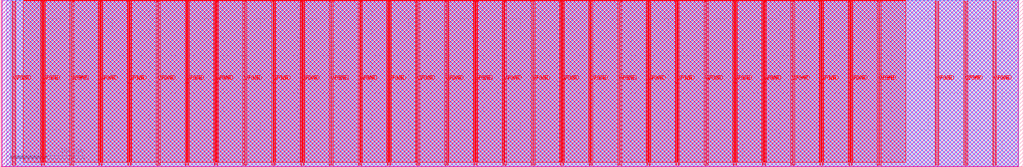
<source format=lef>
VERSION 5.7 ;
  NOWIREEXTENSIONATPIN ON ;
  DIVIDERCHAR "/" ;
  BUSBITCHARS "[]" ;
MACRO tt_um_rejunity_atari2600
  CLASS BLOCK ;
  FOREIGN tt_um_rejunity_atari2600 ;
  ORIGIN 0.000 0.000 ;
  SIZE 1378.160 BY 225.760 ;
  PIN VGND
    DIRECTION INOUT ;
    USE GROUND ;
    PORT
      LAYER met4 ;
        RECT 18.820 2.060 20.420 223.700 ;
    END
    PORT
      LAYER met4 ;
        RECT 57.690 2.060 59.290 223.700 ;
    END
    PORT
      LAYER met4 ;
        RECT 96.560 2.060 98.160 223.700 ;
    END
    PORT
      LAYER met4 ;
        RECT 135.430 2.060 137.030 223.700 ;
    END
    PORT
      LAYER met4 ;
        RECT 174.300 2.060 175.900 223.700 ;
    END
    PORT
      LAYER met4 ;
        RECT 213.170 2.060 214.770 223.700 ;
    END
    PORT
      LAYER met4 ;
        RECT 252.040 2.060 253.640 223.700 ;
    END
    PORT
      LAYER met4 ;
        RECT 290.910 2.060 292.510 223.700 ;
    END
    PORT
      LAYER met4 ;
        RECT 329.780 2.060 331.380 223.700 ;
    END
    PORT
      LAYER met4 ;
        RECT 368.650 2.060 370.250 223.700 ;
    END
    PORT
      LAYER met4 ;
        RECT 407.520 2.060 409.120 223.700 ;
    END
    PORT
      LAYER met4 ;
        RECT 446.390 2.060 447.990 223.700 ;
    END
    PORT
      LAYER met4 ;
        RECT 485.260 2.060 486.860 223.700 ;
    END
    PORT
      LAYER met4 ;
        RECT 524.130 2.060 525.730 223.700 ;
    END
    PORT
      LAYER met4 ;
        RECT 563.000 2.060 564.600 223.700 ;
    END
    PORT
      LAYER met4 ;
        RECT 601.870 2.060 603.470 223.700 ;
    END
    PORT
      LAYER met4 ;
        RECT 640.740 2.060 642.340 223.700 ;
    END
    PORT
      LAYER met4 ;
        RECT 679.610 2.060 681.210 223.700 ;
    END
    PORT
      LAYER met4 ;
        RECT 718.480 2.060 720.080 223.700 ;
    END
    PORT
      LAYER met4 ;
        RECT 757.350 2.060 758.950 223.700 ;
    END
    PORT
      LAYER met4 ;
        RECT 796.220 2.060 797.820 223.700 ;
    END
    PORT
      LAYER met4 ;
        RECT 835.090 2.060 836.690 223.700 ;
    END
    PORT
      LAYER met4 ;
        RECT 873.960 2.060 875.560 223.700 ;
    END
    PORT
      LAYER met4 ;
        RECT 912.830 2.060 914.430 223.700 ;
    END
    PORT
      LAYER met4 ;
        RECT 951.700 2.060 953.300 223.700 ;
    END
    PORT
      LAYER met4 ;
        RECT 990.570 2.060 992.170 223.700 ;
    END
    PORT
      LAYER met4 ;
        RECT 1029.440 2.060 1031.040 223.700 ;
    END
    PORT
      LAYER met4 ;
        RECT 1068.310 2.060 1069.910 223.700 ;
    END
    PORT
      LAYER met4 ;
        RECT 1107.180 2.060 1108.780 223.700 ;
    END
    PORT
      LAYER met4 ;
        RECT 1146.050 2.060 1147.650 223.700 ;
    END
    PORT
      LAYER met4 ;
        RECT 1184.920 2.060 1186.520 223.700 ;
    END
    PORT
      LAYER met4 ;
        RECT 1262.660 2.060 1264.260 223.700 ;
    END
    PORT
      LAYER met4 ;
        RECT 1301.530 2.060 1303.130 223.700 ;
    END
    PORT
      LAYER met4 ;
        RECT 1340.400 2.060 1342.000 223.700 ;
    END
  END VGND
  PIN VPWR
    DIRECTION INOUT ;
    USE POWER ;
    PORT
      LAYER met4 ;
        RECT 15.520 2.060 17.120 223.700 ;
    END
    PORT
      LAYER met4 ;
        RECT 54.390 2.060 55.990 223.700 ;
    END
    PORT
      LAYER met4 ;
        RECT 93.260 2.060 94.860 223.700 ;
    END
    PORT
      LAYER met4 ;
        RECT 132.130 2.060 133.730 223.700 ;
    END
    PORT
      LAYER met4 ;
        RECT 171.000 2.060 172.600 223.700 ;
    END
    PORT
      LAYER met4 ;
        RECT 209.870 2.060 211.470 223.700 ;
    END
    PORT
      LAYER met4 ;
        RECT 248.740 2.060 250.340 223.700 ;
    END
    PORT
      LAYER met4 ;
        RECT 287.610 2.060 289.210 223.700 ;
    END
    PORT
      LAYER met4 ;
        RECT 326.480 2.060 328.080 223.700 ;
    END
    PORT
      LAYER met4 ;
        RECT 365.350 2.060 366.950 223.700 ;
    END
    PORT
      LAYER met4 ;
        RECT 404.220 2.060 405.820 223.700 ;
    END
    PORT
      LAYER met4 ;
        RECT 443.090 2.060 444.690 223.700 ;
    END
    PORT
      LAYER met4 ;
        RECT 481.960 2.060 483.560 223.700 ;
    END
    PORT
      LAYER met4 ;
        RECT 520.830 2.060 522.430 223.700 ;
    END
    PORT
      LAYER met4 ;
        RECT 559.700 2.060 561.300 223.700 ;
    END
    PORT
      LAYER met4 ;
        RECT 598.570 2.060 600.170 223.700 ;
    END
    PORT
      LAYER met4 ;
        RECT 637.440 2.060 639.040 223.700 ;
    END
    PORT
      LAYER met4 ;
        RECT 676.310 2.060 677.910 223.700 ;
    END
    PORT
      LAYER met4 ;
        RECT 715.180 2.060 716.780 223.700 ;
    END
    PORT
      LAYER met4 ;
        RECT 754.050 2.060 755.650 223.700 ;
    END
    PORT
      LAYER met4 ;
        RECT 792.920 2.060 794.520 223.700 ;
    END
    PORT
      LAYER met4 ;
        RECT 831.790 2.060 833.390 223.700 ;
    END
    PORT
      LAYER met4 ;
        RECT 870.660 2.060 872.260 223.700 ;
    END
    PORT
      LAYER met4 ;
        RECT 909.530 2.060 911.130 223.700 ;
    END
    PORT
      LAYER met4 ;
        RECT 948.400 2.060 950.000 223.700 ;
    END
    PORT
      LAYER met4 ;
        RECT 987.270 2.060 988.870 223.700 ;
    END
    PORT
      LAYER met4 ;
        RECT 1026.140 2.060 1027.740 223.700 ;
    END
    PORT
      LAYER met4 ;
        RECT 1065.010 2.060 1066.610 223.700 ;
    END
    PORT
      LAYER met4 ;
        RECT 1103.880 2.060 1105.480 223.700 ;
    END
    PORT
      LAYER met4 ;
        RECT 1142.750 2.060 1144.350 223.700 ;
    END
    PORT
      LAYER met4 ;
        RECT 1181.620 2.060 1183.220 223.700 ;
    END
    PORT
      LAYER met4 ;
        RECT 1259.360 2.060 1260.960 223.700 ;
    END
    PORT
      LAYER met4 ;
        RECT 1298.230 2.060 1299.830 223.700 ;
    END
    PORT
      LAYER met4 ;
        RECT 1337.100 2.060 1338.700 223.700 ;
    END
  END VPWR
  PIN clk
    DIRECTION INPUT ;
    USE SIGNAL ;
    ANTENNAGATEAREA 1.286700 ;
    ANTENNADIFFAREA 0.434700 ;
    PORT
      LAYER met4 ;
        RECT 143.830 224.760 144.130 225.760 ;
    END
  END clk
  PIN ena
    DIRECTION INPUT ;
    USE SIGNAL ;
    PORT
      LAYER met4 ;
        RECT 146.590 224.760 146.890 225.760 ;
    END
  END ena
  PIN rst_n
    DIRECTION INPUT ;
    USE SIGNAL ;
    ANTENNAGATEAREA 0.247500 ;
    PORT
      LAYER met4 ;
        RECT 141.070 224.760 141.370 225.760 ;
    END
  END rst_n
  PIN ui_in[0]
    DIRECTION INPUT ;
    USE SIGNAL ;
    ANTENNAGATEAREA 0.247500 ;
    PORT
      LAYER met4 ;
        RECT 138.310 224.760 138.610 225.760 ;
    END
  END ui_in[0]
  PIN ui_in[1]
    DIRECTION INPUT ;
    USE SIGNAL ;
    ANTENNAGATEAREA 0.247500 ;
    PORT
      LAYER met4 ;
        RECT 135.550 224.760 135.850 225.760 ;
    END
  END ui_in[1]
  PIN ui_in[2]
    DIRECTION INPUT ;
    USE SIGNAL ;
    ANTENNAGATEAREA 0.247500 ;
    PORT
      LAYER met4 ;
        RECT 132.790 224.760 133.090 225.760 ;
    END
  END ui_in[2]
  PIN ui_in[3]
    DIRECTION INPUT ;
    USE SIGNAL ;
    ANTENNAGATEAREA 0.247500 ;
    PORT
      LAYER met4 ;
        RECT 130.030 224.760 130.330 225.760 ;
    END
  END ui_in[3]
  PIN ui_in[4]
    DIRECTION INPUT ;
    USE SIGNAL ;
    ANTENNAGATEAREA 0.247500 ;
    PORT
      LAYER met4 ;
        RECT 127.270 224.760 127.570 225.760 ;
    END
  END ui_in[4]
  PIN ui_in[5]
    DIRECTION INPUT ;
    USE SIGNAL ;
    ANTENNAGATEAREA 0.247500 ;
    PORT
      LAYER met4 ;
        RECT 124.510 224.760 124.810 225.760 ;
    END
  END ui_in[5]
  PIN ui_in[6]
    DIRECTION INPUT ;
    USE SIGNAL ;
    ANTENNAGATEAREA 0.247500 ;
    PORT
      LAYER met4 ;
        RECT 121.750 224.760 122.050 225.760 ;
    END
  END ui_in[6]
  PIN ui_in[7]
    DIRECTION INPUT ;
    USE SIGNAL ;
    ANTENNAGATEAREA 0.247500 ;
    PORT
      LAYER met4 ;
        RECT 118.990 224.760 119.290 225.760 ;
    END
  END ui_in[7]
  PIN uio_in[0]
    DIRECTION INPUT ;
    USE SIGNAL ;
    PORT
      LAYER met4 ;
        RECT 116.230 224.760 116.530 225.760 ;
    END
  END uio_in[0]
  PIN uio_in[1]
    DIRECTION INPUT ;
    USE SIGNAL ;
    ANTENNAGATEAREA 0.247500 ;
    PORT
      LAYER met4 ;
        RECT 113.470 224.760 113.770 225.760 ;
    END
  END uio_in[1]
  PIN uio_in[2]
    DIRECTION INPUT ;
    USE SIGNAL ;
    ANTENNAGATEAREA 0.247500 ;
    PORT
      LAYER met4 ;
        RECT 110.710 224.760 111.010 225.760 ;
    END
  END uio_in[2]
  PIN uio_in[3]
    DIRECTION INPUT ;
    USE SIGNAL ;
    PORT
      LAYER met4 ;
        RECT 107.950 224.760 108.250 225.760 ;
    END
  END uio_in[3]
  PIN uio_in[4]
    DIRECTION INPUT ;
    USE SIGNAL ;
    ANTENNAGATEAREA 0.247500 ;
    PORT
      LAYER met4 ;
        RECT 105.190 224.760 105.490 225.760 ;
    END
  END uio_in[4]
  PIN uio_in[5]
    DIRECTION INPUT ;
    USE SIGNAL ;
    ANTENNAGATEAREA 0.247500 ;
    PORT
      LAYER met4 ;
        RECT 102.430 224.760 102.730 225.760 ;
    END
  END uio_in[5]
  PIN uio_in[6]
    DIRECTION INPUT ;
    USE SIGNAL ;
    PORT
      LAYER met4 ;
        RECT 99.670 224.760 99.970 225.760 ;
    END
  END uio_in[6]
  PIN uio_in[7]
    DIRECTION INPUT ;
    USE SIGNAL ;
    PORT
      LAYER met4 ;
        RECT 96.910 224.760 97.210 225.760 ;
    END
  END uio_in[7]
  PIN uio_oe[0]
    DIRECTION OUTPUT ;
    USE SIGNAL ;
    PORT
      LAYER met4 ;
        RECT 49.990 224.760 50.290 225.760 ;
    END
  END uio_oe[0]
  PIN uio_oe[1]
    DIRECTION OUTPUT ;
    USE SIGNAL ;
    ANTENNADIFFAREA 0.891000 ;
    PORT
      LAYER met4 ;
        RECT 47.230 224.760 47.530 225.760 ;
    END
  END uio_oe[1]
  PIN uio_oe[2]
    DIRECTION OUTPUT ;
    USE SIGNAL ;
    ANTENNADIFFAREA 0.445500 ;
    PORT
      LAYER met4 ;
        RECT 44.470 224.760 44.770 225.760 ;
    END
  END uio_oe[2]
  PIN uio_oe[3]
    DIRECTION OUTPUT ;
    USE SIGNAL ;
    PORT
      LAYER met4 ;
        RECT 41.710 224.760 42.010 225.760 ;
    END
  END uio_oe[3]
  PIN uio_oe[4]
    DIRECTION OUTPUT ;
    USE SIGNAL ;
    ANTENNADIFFAREA 0.445500 ;
    PORT
      LAYER met4 ;
        RECT 38.950 224.760 39.250 225.760 ;
    END
  END uio_oe[4]
  PIN uio_oe[5]
    DIRECTION OUTPUT ;
    USE SIGNAL ;
    ANTENNAGATEAREA 0.318000 ;
    ANTENNADIFFAREA 0.891000 ;
    PORT
      LAYER met4 ;
        RECT 36.190 224.760 36.490 225.760 ;
    END
  END uio_oe[5]
  PIN uio_oe[6]
    DIRECTION OUTPUT ;
    USE SIGNAL ;
    PORT
      LAYER met4 ;
        RECT 33.430 224.760 33.730 225.760 ;
    END
  END uio_oe[6]
  PIN uio_oe[7]
    DIRECTION OUTPUT ;
    USE SIGNAL ;
    PORT
      LAYER met4 ;
        RECT 30.670 224.760 30.970 225.760 ;
    END
  END uio_oe[7]
  PIN uio_out[0]
    DIRECTION OUTPUT ;
    USE SIGNAL ;
    ANTENNAGATEAREA 1.237500 ;
    ANTENNADIFFAREA 1.336500 ;
    PORT
      LAYER met4 ;
        RECT 72.070 224.760 72.370 225.760 ;
    END
  END uio_out[0]
  PIN uio_out[1]
    DIRECTION OUTPUT ;
    USE SIGNAL ;
    ANTENNADIFFAREA 0.891000 ;
    PORT
      LAYER met4 ;
        RECT 69.310 224.760 69.610 225.760 ;
    END
  END uio_out[1]
  PIN uio_out[2]
    DIRECTION OUTPUT ;
    USE SIGNAL ;
    ANTENNADIFFAREA 0.924000 ;
    PORT
      LAYER met4 ;
        RECT 66.550 224.760 66.850 225.760 ;
    END
  END uio_out[2]
  PIN uio_out[3]
    DIRECTION OUTPUT ;
    USE SIGNAL ;
    ANTENNAGATEAREA 1.116000 ;
    ANTENNADIFFAREA 0.891000 ;
    PORT
      LAYER met4 ;
        RECT 63.790 224.760 64.090 225.760 ;
    END
  END uio_out[3]
  PIN uio_out[4]
    DIRECTION OUTPUT ;
    USE SIGNAL ;
    ANTENNADIFFAREA 0.924000 ;
    PORT
      LAYER met4 ;
        RECT 61.030 224.760 61.330 225.760 ;
    END
  END uio_out[4]
  PIN uio_out[5]
    DIRECTION OUTPUT ;
    USE SIGNAL ;
    ANTENNADIFFAREA 0.924000 ;
    PORT
      LAYER met4 ;
        RECT 58.270 224.760 58.570 225.760 ;
    END
  END uio_out[5]
  PIN uio_out[6]
    DIRECTION OUTPUT ;
    USE SIGNAL ;
    PORT
      LAYER met4 ;
        RECT 55.510 224.760 55.810 225.760 ;
    END
  END uio_out[6]
  PIN uio_out[7]
    DIRECTION OUTPUT ;
    USE SIGNAL ;
    ANTENNADIFFAREA 0.445500 ;
    PORT
      LAYER met4 ;
        RECT 52.750 224.760 53.050 225.760 ;
    END
  END uio_out[7]
  PIN uo_out[0]
    DIRECTION OUTPUT ;
    USE SIGNAL ;
    ANTENNADIFFAREA 0.445500 ;
    PORT
      LAYER met4 ;
        RECT 94.150 224.760 94.450 225.760 ;
    END
  END uo_out[0]
  PIN uo_out[1]
    DIRECTION OUTPUT ;
    USE SIGNAL ;
    ANTENNADIFFAREA 0.445500 ;
    PORT
      LAYER met4 ;
        RECT 91.390 224.760 91.690 225.760 ;
    END
  END uo_out[1]
  PIN uo_out[2]
    DIRECTION OUTPUT ;
    USE SIGNAL ;
    ANTENNADIFFAREA 0.445500 ;
    PORT
      LAYER met4 ;
        RECT 88.630 224.760 88.930 225.760 ;
    END
  END uo_out[2]
  PIN uo_out[3]
    DIRECTION OUTPUT ;
    USE SIGNAL ;
    ANTENNADIFFAREA 0.445500 ;
    PORT
      LAYER met4 ;
        RECT 85.870 224.760 86.170 225.760 ;
    END
  END uo_out[3]
  PIN uo_out[4]
    DIRECTION OUTPUT ;
    USE SIGNAL ;
    ANTENNADIFFAREA 0.445500 ;
    PORT
      LAYER met4 ;
        RECT 83.110 224.760 83.410 225.760 ;
    END
  END uo_out[4]
  PIN uo_out[5]
    DIRECTION OUTPUT ;
    USE SIGNAL ;
    ANTENNADIFFAREA 0.934000 ;
    PORT
      LAYER met4 ;
        RECT 80.350 224.760 80.650 225.760 ;
    END
  END uo_out[5]
  PIN uo_out[6]
    DIRECTION OUTPUT ;
    USE SIGNAL ;
    ANTENNADIFFAREA 0.445500 ;
    PORT
      LAYER met4 ;
        RECT 77.590 224.760 77.890 225.760 ;
    END
  END uo_out[6]
  PIN uo_out[7]
    DIRECTION OUTPUT ;
    USE SIGNAL ;
    ANTENNADIFFAREA 0.445500 ;
    PORT
      LAYER met4 ;
        RECT 74.830 224.760 75.130 225.760 ;
    END
  END uo_out[7]
  OBS
      LAYER nwell ;
        RECT 1.650 0.330 1371.500 225.430 ;
      LAYER li1 ;
        RECT 1.840 0.450 1371.315 225.310 ;
      LAYER met1 ;
        RECT 1.840 0.040 1371.845 225.445 ;
      LAYER met2 ;
        RECT 7.920 0.010 1371.845 224.925 ;
      LAYER met3 ;
        RECT 12.945 0.315 1371.845 225.445 ;
      LAYER met4 ;
        RECT 31.370 224.360 33.030 224.905 ;
        RECT 34.130 224.360 35.790 224.905 ;
        RECT 36.890 224.360 38.550 224.905 ;
        RECT 39.650 224.360 41.310 224.905 ;
        RECT 42.410 224.360 44.070 224.905 ;
        RECT 45.170 224.360 46.830 224.905 ;
        RECT 47.930 224.360 49.590 224.905 ;
        RECT 50.690 224.360 52.350 224.905 ;
        RECT 53.450 224.360 55.110 224.905 ;
        RECT 56.210 224.360 57.870 224.905 ;
        RECT 58.970 224.360 60.630 224.905 ;
        RECT 61.730 224.360 63.390 224.905 ;
        RECT 64.490 224.360 66.150 224.905 ;
        RECT 67.250 224.360 68.910 224.905 ;
        RECT 70.010 224.360 71.670 224.905 ;
        RECT 72.770 224.360 74.430 224.905 ;
        RECT 75.530 224.360 77.190 224.905 ;
        RECT 78.290 224.360 79.950 224.905 ;
        RECT 81.050 224.360 82.710 224.905 ;
        RECT 83.810 224.360 85.470 224.905 ;
        RECT 86.570 224.360 88.230 224.905 ;
        RECT 89.330 224.360 90.990 224.905 ;
        RECT 92.090 224.360 93.750 224.905 ;
        RECT 94.850 224.360 96.510 224.905 ;
        RECT 97.610 224.360 99.270 224.905 ;
        RECT 100.370 224.360 102.030 224.905 ;
        RECT 103.130 224.360 104.790 224.905 ;
        RECT 105.890 224.360 107.550 224.905 ;
        RECT 108.650 224.360 110.310 224.905 ;
        RECT 111.410 224.360 113.070 224.905 ;
        RECT 114.170 224.360 115.830 224.905 ;
        RECT 116.930 224.360 118.590 224.905 ;
        RECT 119.690 224.360 121.350 224.905 ;
        RECT 122.450 224.360 124.110 224.905 ;
        RECT 125.210 224.360 126.870 224.905 ;
        RECT 127.970 224.360 129.630 224.905 ;
        RECT 130.730 224.360 132.390 224.905 ;
        RECT 133.490 224.360 135.150 224.905 ;
        RECT 136.250 224.360 137.910 224.905 ;
        RECT 139.010 224.360 140.670 224.905 ;
        RECT 141.770 224.360 143.430 224.905 ;
        RECT 144.530 224.360 146.190 224.905 ;
        RECT 147.290 224.360 1219.625 224.905 ;
        RECT 30.655 224.100 1219.625 224.360 ;
        RECT 30.655 6.295 53.990 224.100 ;
        RECT 56.390 6.295 57.290 224.100 ;
        RECT 59.690 6.295 92.860 224.100 ;
        RECT 95.260 6.295 96.160 224.100 ;
        RECT 98.560 6.295 131.730 224.100 ;
        RECT 134.130 6.295 135.030 224.100 ;
        RECT 137.430 6.295 170.600 224.100 ;
        RECT 173.000 6.295 173.900 224.100 ;
        RECT 176.300 6.295 209.470 224.100 ;
        RECT 211.870 6.295 212.770 224.100 ;
        RECT 215.170 6.295 248.340 224.100 ;
        RECT 250.740 6.295 251.640 224.100 ;
        RECT 254.040 6.295 287.210 224.100 ;
        RECT 289.610 6.295 290.510 224.100 ;
        RECT 292.910 6.295 326.080 224.100 ;
        RECT 328.480 6.295 329.380 224.100 ;
        RECT 331.780 6.295 364.950 224.100 ;
        RECT 367.350 6.295 368.250 224.100 ;
        RECT 370.650 6.295 403.820 224.100 ;
        RECT 406.220 6.295 407.120 224.100 ;
        RECT 409.520 6.295 442.690 224.100 ;
        RECT 445.090 6.295 445.990 224.100 ;
        RECT 448.390 6.295 481.560 224.100 ;
        RECT 483.960 6.295 484.860 224.100 ;
        RECT 487.260 6.295 520.430 224.100 ;
        RECT 522.830 6.295 523.730 224.100 ;
        RECT 526.130 6.295 559.300 224.100 ;
        RECT 561.700 6.295 562.600 224.100 ;
        RECT 565.000 6.295 598.170 224.100 ;
        RECT 600.570 6.295 601.470 224.100 ;
        RECT 603.870 6.295 637.040 224.100 ;
        RECT 639.440 6.295 640.340 224.100 ;
        RECT 642.740 6.295 675.910 224.100 ;
        RECT 678.310 6.295 679.210 224.100 ;
        RECT 681.610 6.295 714.780 224.100 ;
        RECT 717.180 6.295 718.080 224.100 ;
        RECT 720.480 6.295 753.650 224.100 ;
        RECT 756.050 6.295 756.950 224.100 ;
        RECT 759.350 6.295 792.520 224.100 ;
        RECT 794.920 6.295 795.820 224.100 ;
        RECT 798.220 6.295 831.390 224.100 ;
        RECT 833.790 6.295 834.690 224.100 ;
        RECT 837.090 6.295 870.260 224.100 ;
        RECT 872.660 6.295 873.560 224.100 ;
        RECT 875.960 6.295 909.130 224.100 ;
        RECT 911.530 6.295 912.430 224.100 ;
        RECT 914.830 6.295 948.000 224.100 ;
        RECT 950.400 6.295 951.300 224.100 ;
        RECT 953.700 6.295 986.870 224.100 ;
        RECT 989.270 6.295 990.170 224.100 ;
        RECT 992.570 6.295 1025.740 224.100 ;
        RECT 1028.140 6.295 1029.040 224.100 ;
        RECT 1031.440 6.295 1064.610 224.100 ;
        RECT 1067.010 6.295 1067.910 224.100 ;
        RECT 1070.310 6.295 1103.480 224.100 ;
        RECT 1105.880 6.295 1106.780 224.100 ;
        RECT 1109.180 6.295 1142.350 224.100 ;
        RECT 1144.750 6.295 1145.650 224.100 ;
        RECT 1148.050 6.295 1181.220 224.100 ;
        RECT 1183.620 6.295 1184.520 224.100 ;
        RECT 1186.920 6.295 1219.625 224.100 ;
  END
END tt_um_rejunity_atari2600
END LIBRARY


</source>
